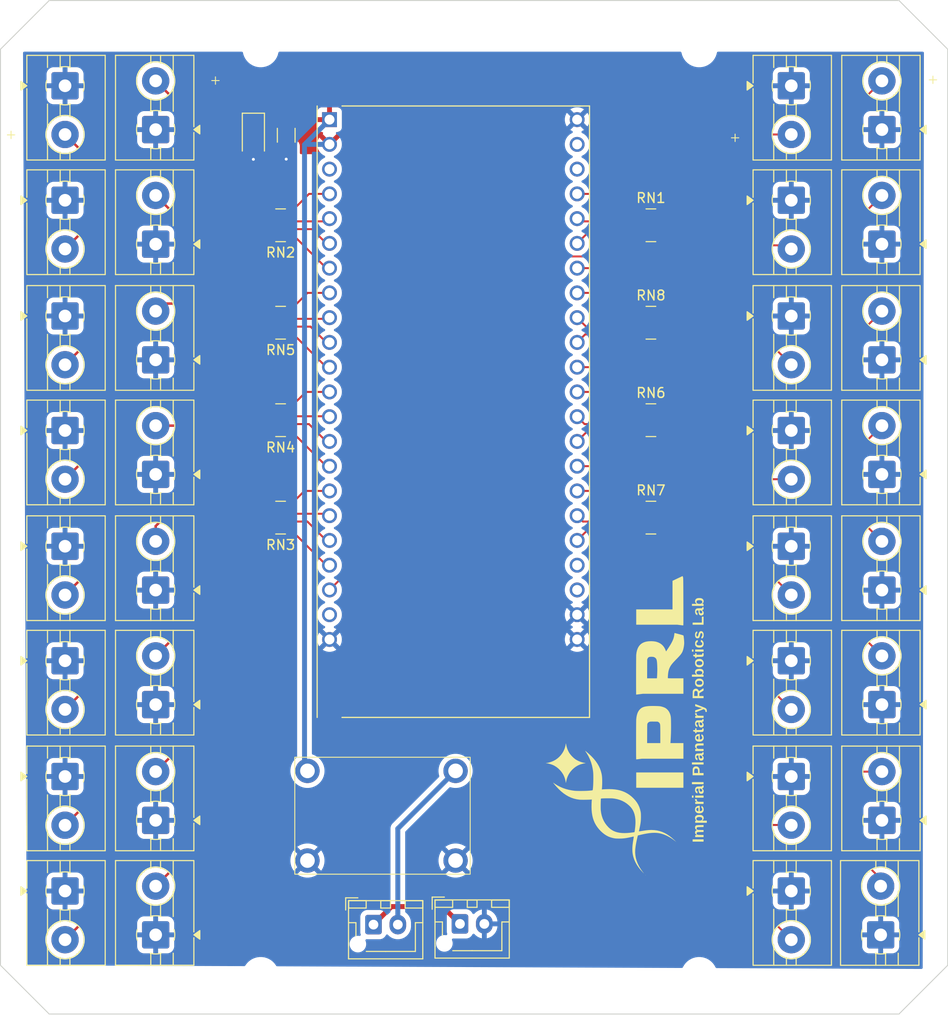
<source format=kicad_pcb>
(kicad_pcb (version 20241229) (generator "pcbnew") (generator_version "9.0")
  (layers (0 "F.Cu" signal) (2 "B.Cu" signal) (13 "F.Paste" user) (15 "B.Paste" user) (5 "F.SilkS" user "F.Silkscreen") (7 "B.SilkS" user "B.Silkscreen") (1 "F.Mask" user) (3 "B.Mask" user) (25 "Edge.Cuts" user))
  (net 0 "")
  (net 1 "GND")
  (net 2 "+9V")
  (net 3 "/LED0")
  (net 4 "/LED1")
  (net 5 "/LED2")
  (net 6 "/LED3")
  (net 7 "/LED4")
  (net 8 "/LED5")
  (net 9 "/LED6")
  (net 10 "/LED7")
  (net 11 "/LED8")
  (net 12 "/LED9")
  (net 13 "/LED10")
  (net 14 "/LED11")
  (net 15 "/LED12")
  (net 16 "/LED13")
  (net 17 "/LED14")
  (net 18 "/LED15")
  (net 19 "/LED16")
  (net 20 "/LED17")
  (net 21 "/LED18")
  (net 22 "/LED19")
  (net 23 "Net-(RN2-R3.1)")
  (net 24 "Net-(RN2-R2.1)")
  (net 25 "Net-(RN2-R4.1)")
  (net 26 "Net-(RN2-R1.1)")
  (net 27 "Net-(RN3-R1.1)")
  (net 28 "Net-(RN3-R2.1)")
  (net 29 "Net-(RN3-R3.1)")
  (net 30 "Net-(RN5-R3.1)")
  (net 31 "Net-(RN5-R4.1)")
  (net 32 "Net-(RN5-R2.1)")
  (net 33 "/BIn")
  (net 34 "/LED20")
  (net 35 "/LED21")
  (net 36 "/LED22")
  (net 38 "/LED23")
  (net 40 "/LED24")
  (net 41 "/LED25")
  (net 42 "/LED26")
  (net 43 "+3.3V")
  (net 45 "/LED27")
  (net 46 "/LED28")
  (net 49 "/LED29")
  (net 51 "/LED30")
  (net 52 "/LED31")
  (net 53 "/IO2")
  (net 54 "/IO38")
  (net 55 "/IO36")
  (net 56 "/IO35")
  (net 57 "/IO37")
  (net 58 "/IO8")
  (net 59 "/IO1")
  (net 60 "Net-(RN5-R1.1)")
  (net 61 "/IO14")
  (net 62 "/IO42")
  (net 63 "Net-(RN3-R4.1)")
  (net 64 "/IO46")
  (net 65 "/IO13")
  (net 66 "/IO9")
  (net 67 "/IO21")
  (net 68 "/IO41")
  (net 69 "/IO39")
  (net 70 "/IO45")
  (net 71 "/IO48")
  (net 72 "/IO47")
  (net 73 "/IO0")
  (net 74 "/IO40")
  (footprint "MountingHole:MountingHole_3.2mm_M3" (layer "F.Cu") (at 137.5 140)
    (property "Reference" "REF**" (hide yes))
    (property "Value" "MountingHole_3.2mm_M3")
  )
  (footprint "Resistor_SMD:R_Array_Convex_4x0603" (layer "F.Cu") (at 139.545 63.065 180)
    (property "Reference" "RN2")
    (property "Value" "R_Pack04")
  )
  (footprint "TerminalBlock:TerminalBlock_MaiXu_MX126-5.0-02P_1x02_P5.00mm" (layer "F.Cu") (at 117.425 60.5 -90)
    (property "Reference" "J9" (hide yes))
    (property "Value" "Conn_01x02")
  )
  (footprint "TerminalBlock:TerminalBlock_MaiXu_MX126-5.0-02P_1x02_P5.00mm" (layer "F.Cu") (at 191.95 96 -90)
    (property "Reference" "J26" (hide yes))
    (property "Value" "Conn_01x02")
  )
  (footprint "Connector_JST:JST_XH_B2B-XH-AM_1x02_P2.50mm_Vertical" (layer "F.Cu") (at 157.95 134.75)
    (property "Reference" "J1" (hide yes))
    (property "Value" "Conn_01x02")
  )
  (footprint "TerminalBlock:TerminalBlock_MaiXu_MX126-5.0-02P_1x02_P5.00mm" (layer "F.Cu") (at 117.425 48.75 -90)
    (property "Reference" "J6" (hide yes))
    (property "Value" "Conn_01x02")
  )
  (footprint "Diode_SMD:D_1206_3216Metric" (layer "F.Cu") (at 136.75 53.85 -90)
    (property "Reference" "C1" (hide yes))
    (property "Value" "22u")
  )
  (footprint "CapyController-Footprints:XCVR_ESP32-S3-DEVKITC-1-N8R2" (layer "F.Cu") (at 158.545 82.195)
    (property "Reference" "U1" (hide yes))
    (property "Value" "ESP32-S3-DEVKITC-1-N8R2")
  )
  (footprint "TerminalBlock:TerminalBlock_MaiXu_MX126-5.0-02P_1x02_P5.00mm" (layer "F.Cu") (at 191.95 84.125 -90)
    (property "Reference" "J33" (hide yes))
    (property "Value" "Conn_01x02")
  )
  (footprint "TerminalBlock:TerminalBlock_MaiXu_MX126-5.0-02P_1x02_P5.00mm" (layer "F.Cu") (at 126.725 65 90)
    (property "Reference" "J8" (hide yes))
    (property "Value" "Conn_01x02")
  )
  (footprint "TerminalBlock:TerminalBlock_MaiXu_MX126-5.0-02P_1x02_P5.00mm" (layer "F.Cu") (at 201.25 124.125 90)
    (property "Reference" "J27" (hide yes))
    (property "Value" "Conn_01x02")
  )
  (footprint "Resistor_SMD:R_Array_Convex_4x0603" (layer "F.Cu") (at 177.545 73.065)
    (property "Reference" "RN8")
    (property "Value" "R_Pack04")
  )
  (footprint "TerminalBlock:TerminalBlock_MaiXu_MX126-5.0-02P_1x02_P5.00mm" (layer "F.Cu") (at 201.25 112.25 90)
    (property "Reference" "J24" (hide yes))
    (property "Value" "Conn_01x02")
  )
  (footprint "TerminalBlock:TerminalBlock_MaiXu_MX126-5.0-02P_1x02_P5.00mm" (layer "F.Cu") (at 201.25 65 90)
    (property "Reference" "J2" (hide yes))
    (property "Value" "Conn_01x02")
  )
  (footprint "TerminalBlock:TerminalBlock_MaiXu_MX126-5.0-02P_1x02_P5.00mm" (layer "F.Cu") (at 201.125 135.875 90)
    (property "Reference" "J30" (hide yes))
    (property "Value" "Conn_01x02")
  )
  (footprint "TerminalBlock:TerminalBlock_MaiXu_MX126-5.0-02P_1x02_P5.00mm" (layer "F.Cu") (at 126.725 88.625 90)
    (property "Reference" "J20" (hide yes))
    (property "Value" "Conn_01x02")
  )
  (footprint "TerminalBlock:TerminalBlock_MaiXu_MX126-5.0-02P_1x02_P5.00mm" (layer "F.Cu") (at 117.425 131.375 -90)
    (property "Reference" "J13" (hide yes))
    (property "Value" "Conn_01x02")
  )
  (footprint "TerminalBlock:TerminalBlock_MaiXu_MX126-5.0-02P_1x02_P5.00mm" (layer "F.Cu") (at 201.25 76.875 90)
    (property "Reference" "J31" (hide yes))
    (property "Value" "Conn_01x02")
  )
  (footprint "Resistor_SMD:R_Array_Convex_4x0603" (layer "F.Cu") (at 177.545 63.065)
    (property "Reference" "RN1")
    (property "Value" "R_Pack04")
  )
  (footprint "TerminalBlock:TerminalBlock_MaiXu_MX126-5.0-02P_1x02_P5.00mm" (layer "F.Cu") (at 126.725 53.25 90)
    (property "Reference" "J7" (hide yes))
    (property "Value" "Conn_01x02")
  )
  (footprint "Resistor_SMD:R_Array_Convex_4x0603" (layer "F.Cu") (at 139.545 93.065 180)
    (property "Reference" "RN3")
    (property "Value" "R_Pack04")
  )
  (footprint "CapyPower_Footprints:IPRL_31mm" (layer "F.Cu") (at 175.15 114.25 90)
    (property "Reference" "G***" (hide yes))
    (property "Value" "LOGO" (hide yes))
  )
  (footprint "Resistor_SMD:R_Array_Convex_4x0603" (layer "F.Cu") (at 139.545 83.065 180)
    (property "Reference" "RN4")
    (property "Value" "R_Pack04")
  )
  (footprint "TerminalBlock:TerminalBlock_MaiXu_MX126-5.0-02P_1x02_P5.00mm" (layer "F.Cu") (at 126.725 76.875 90)
    (property "Reference" "J19" (hide yes))
    (property "Value" "Conn_01x02")
  )
  (footprint "TerminalBlock:TerminalBlock_MaiXu_MX126-5.0-02P_1x02_P5.00mm" (layer "F.Cu") (at 191.95 131.375 -90)
    (property "Reference" "J29" (hide yes))
    (property "Value" "Conn_01x02")
  )
  (footprint "TerminalBlock:TerminalBlock_MaiXu_MX126-5.0-02P_1x02_P5.00mm" (layer "F.Cu") (at 117.425 107.75 -90)
    (property "Reference" "J17" (hide yes))
    (property "Value" "Conn_01x02")
  )
  (footprint "TerminalBlock:TerminalBlock_MaiXu_MX126-5.0-02P_1x02_P5.00mm" (layer "F.Cu") (at 191.95 107.75 -90)
    (property "Reference" "J25" (hide yes))
    (property "Value" "Conn_01x02")
  )
  (footprint "MountingHole:MountingHole_3.2mm_M3" (layer "F.Cu") (at 137.5 45)
    (property "Reference" "REF**" (hide yes))
    (property "Value" "MountingHole_3.2mm_M3")
  )
  (footprint "TerminalBlock:TerminalBlock_MaiXu_MX126-5.0-02P_1x02_P5.00mm" (layer "F.Cu") (at 126.725 100.5 90)
    (property "Reference" "J15" (hide yes))
    (property "Value" "Conn_01x02")
  )
  (footprint "MountingHole:MountingHole_3.2mm_M3" (layer "F.Cu") (at 182.5 45)
    (property "Reference" "REF**" (hide yes))
    (property "Value" "MountingHole_3.2mm_M3")
  )
  (footprint "Resistor_SMD:R_Array_Convex_4x0603" (layer "F.Cu") (at 139.545 73.065 180)
    (property "Reference" "RN5")
    (property "Value" "R_Pack04")
  )
  (footprint "MountingHole:MountingHole_3.2mm_M3" (layer "F.Cu") (at 182.5 140)
    (property "Reference" "REF**" (hide yes))
    (property "Value" "MountingHole_3.2mm_M3")
  )
  (footprint "TerminalBlock:TerminalBlock_MaiXu_MX126-5.0-02P_1x02_P5.00mm" (layer "F.Cu") (at 126.725 112.25 90)
    (property "Reference" "J16" (hide yes))
    (property "Value" "Conn_01x02")
  )
  (footprint "TerminalBlock:TerminalBlock_MaiXu_MX126-5.0-02P_1x02_P5.00mm" (layer "F.Cu") (at 201.25 53.25 90)
    (property "Reference" "J5" (hide yes))
    (property "Value" "Conn_01x02")
  )
  (footprint "TerminalBlock:TerminalBlock_MaiXu_MX126-5.0-02P_1x02_P5.00mm" (layer "F.Cu") (at 191.95 48.75 -90)
    (property "Reference" "J4" (hide yes))
    (property "Value" "Conn_01x02")
  )
  (footprint "Resistor_SMD:R_Array_Convex_4x0603" (layer "F.Cu") (at 177.545 83.065)
    (property "Reference" "RN6")
    (property "Value" "R_Pack04")
  )
  (footprint "TerminalBlock:TerminalBlock_MaiXu_MX126-5.0-02P_1x02_P5.00mm" (layer "F.Cu") (at 191.95 60.5 -90)
    (property "Reference" "J3" (hide yes))
    (property "Value" "Conn_01x02")
  )
  (footprint "Cacophony:MiniBuck" (layer "F.Cu") (at 158.5 123.65 90)
    (property "Reference" "B1" (hide yes))
    (property "Value" "~")
  )
  (footprint "TerminalBlock:TerminalBlock_MaiXu_MX126-5.0-02P_1x02_P5.00mm" (layer "F.Cu") (at 126.725 124.125 90)
    (property "Reference" "J11" (hide yes))
    (property "Value" "Conn_01x02")
  )
  (footprint "TerminalBlock:TerminalBlock_MaiXu_MX126-5.0-02P_1x02_P5.00mm" (layer "F.Cu") (at 201.25 100.5 90)
    (property "Reference" "J23" (hide yes))
    (property "Value" "Conn_01x02")
  )
  (footprint "TerminalBlock:TerminalBlock_MaiXu_MX126-5.0-02P_1x02_P5.00mm" (layer "F.Cu") (at 117.425 119.625 -90)
    (property "Reference" "J10" (hide yes))
    (property "Value" "Conn_01x02")
  )
  (footprint "Connector_JST:JST_XH_B2B-XH-AM_1x02_P2.50mm_Vertical" (layer "F.Cu") (at 149.075 134.825)
    (property "Reference" "J22" (hide yes))
    (property "Value" "Conn_01x02")
  )
  (footprint "TerminalBlock:TerminalBlock_MaiXu_MX126-5.0-02P_1x02_P5.00mm" (layer "F.Cu") (at 201.25 88.625 90)
    (property "Reference" "J34" (hide yes))
    (property "Value" "Conn_01x02")
  )
  (footprint "Resistor_SMD:R_Array_Convex_4x0603" (layer "F.Cu") (at 177.545 93.065)
    (property "Reference" "RN7")
    (property "Value" "R_Pack04")
  )
  (footprint "TerminalBlock:TerminalBlock_MaiXu_MX126-5.0-02P_1x02_P5.00mm" (layer "F.Cu") (at 117.425 84.125 -90)
    (property "Reference" "J21" (hide yes))
    (property "Value" "Conn_01x02")
  )
  (footprint "Capacitor_SMD:C_1206_3216Metric" (layer "F.Cu") (at 140.12 53.83 -90)
    (property "Reference" "C2" (hide yes))
    (property "Value" "22u")
  )
  (footprint "TerminalBlock:TerminalBlock_MaiXu_MX126-5.0-02P_1x02_P5.00mm" (layer "F.Cu") (at 191.95 119.625 -90)
    (property "Reference" "J28" (hide yes))
    (property "Value" "Conn_01x02")
  )
  (footprint "TerminalBlock:TerminalBlock_MaiXu_MX126-5.0-02P_1x02_P5.00mm" (layer "F.Cu") (at 126.725 135.875 90)
    (property "Reference" "J12" (hide yes))
    (property "Value" "Conn_01x02")
  )
  (footprint "TerminalBlock:TerminalBlock_MaiXu_MX126-5.0-02P_1x02_P5.00mm" (layer "F.Cu") (at 117.425 96 -90)
    (property "Reference" "J14" (hide yes))
    (property "Value" "Conn_01x02")
  )
  (footprint "TerminalBlock:TerminalBlock_MaiXu_MX126-5.0-02P_1x02_P5.00mm" (layer "F.Cu") (at 191.95 72.375 -90)
    (property "Reference" "J32" (hide yes))
    (property "Value" "Conn_01x02")
  )
  (footprint "TerminalBlock:TerminalBlock_MaiXu_MX126-5.0-02P_1x02_P5.00mm" (layer "F.Cu") (at 117.425 72.375 -90)
    (property "Reference" "J18" (hide yes))
    (property "Value" "Conn_01x02")
  )
  (gr_line (start 203 40) (end 115.8 40) (stroke (width 0.1)) (layer "Edge.Cuts"))
  (gr_line (start 115.8 144) (end 110.8 139) (stroke (width 0.1)) (layer "Edge.Cuts"))
  (gr_line (start 203 144) (end 115.8 144) (stroke (width 0.1)) (layer "Edge.Cuts"))
  (gr_line (start 203 40) (end 208 45) (stroke (width 0.1)) (layer "Edge.Cuts"))
  (gr_line (start 208 139) (end 208 45) (stroke (width 0.1)) (layer "Edge.Cuts"))
  (gr_line (start 110.8 139) (end 110.8 45) (stroke (width 0.1)) (layer "Edge.Cuts"))
  (gr_line (start 115.8 40) (end 110.8 45) (stroke (width 0.1)) (layer "Edge.Cuts"))
  (gr_line (start 203 144) (end 208 139) (stroke (width 0.1)) (layer "Edge.Cuts"))
  (gr_text "+" (at 185.5 54.6 0) (layer "F.SilkS") (effects (font (size 1 1) (thickness 0.1)) (justify left bottom)))
  (gr_text "+" (at 132.175 48.725 0) (layer "F.SilkS") (effects (font (size 1 1) (thickness 0.1)) (justify left bottom)))
  (gr_text "+" (at 205.8 48.65 0) (layer "F.SilkS") (effects (font (size 1 1) (thickness 0.1)) (justify left bottom)))
  (gr_text "+" (at 111.2 54.3 0) (layer "F.SilkS") (effects (font (size 1 1) (thickness 0.1)) (justify left bottom)))
  (segment (start 136.75 56.3) (end 136.75 55.25) (width 0.254) (layer "F.Cu") (net 1))
  (segment (start 140.12 56.28) (end 140.12 55.305) (width 0.254) (layer "F.Cu") (net 1))
  (via (at 140.12 56.28) (size 0.6) (drill 0.3) (layers "F.Cu" "B.Cu") (net 1))
  (via (at 136.75 56.3) (size 0.6) (drill 0.3) (layers "F.Cu" "B.Cu") (net 1))
  (segment (start 150.925 132.975) (end 156.175 132.975) (width 0.508) (layer "F.Cu") (net 2))
  (segment (start 156.175 132.975) (end 157.95 134.75) (width 0.508) (layer "F.Cu") (net 2))
  (segment (start 149.075 134.825) (end 150.925 132.975) (width 0.508) (layer "F.Cu") (net 2))
  (segment (start 198.1 63.15) (end 201.25 60) (width 0.2) (layer "F.Cu") (net 3))
  (segment (start 178.445 64.265) (end 178.904 64.724) (width 0.2) (layer "F.Cu") (net 3))
  (segment (start 186.951 64.724) (end 188.525 63.15) (width 0.2) (layer "F.Cu") (net 3))
  (segment (start 178.904 64.724) (end 186.951 64.724) (width 0.2) (layer "F.Cu") (net 3))
  (segment (start 188.525 63.15) (end 198.1 63.15) (width 0.2) (layer "F.Cu") (net 3))
  (segment (start 177.744 63.714) (end 177.993 63.465) (width 0.2) (layer "F.Cu") (net 4))
  (segment (start 177.993 63.465) (end 178.445 63.465) (width 0.2) (layer "F.Cu") (net 4))
  (segment (start 191.575 65.125) (end 178.019 65.125) (width 0.2) (layer "F.Cu") (net 4))
  (segment (start 191.95 65.5) (end 191.575 65.125) (width 0.2) (layer "F.Cu") (net 4))
  (segment (start 178.019 65.125) (end 177.744 64.85) (width 0.2) (layer "F.Cu") (net 4))
  (segment (start 177.744 64.85) (end 177.744 63.714) (width 0.2) (layer "F.Cu") (net 4))
  (segment (start 178.445 62.665) (end 178.694 62.416) (width 0.2) (layer "F.Cu") (net 5))
  (segment (start 187.36 53.75) (end 191.95 53.75) (width 0.2) (layer "F.Cu") (net 5))
  (segment (start 178.694 62.416) (end 179.146 62.416) (width 0.2) (layer "F.Cu") (net 5))
  (segment (start 179.146 62.416) (end 179.146 61.964) (width 0.2) (layer "F.Cu") (net 5))
  (segment (start 179.146 61.964) (end 187.36 53.75) (width 0.2) (layer "F.Cu") (net 5))
  (segment (start 178.445 61.865) (end 189.035 51.275) (width 0.2) (layer "F.Cu") (net 6))
  (segment (start 189.035 51.275) (end 198.225 51.275) (width 0.2) (layer "F.Cu") (net 6))
  (segment (start 198.225 51.275) (end 201.25 48.25) (width 0.2) (layer "F.Cu") (net 6))
  (segment (start 134.181532 56.35) (end 138.645 60.813468) (width 0.254) (layer "F.Cu") (net 7))
  (segment (start 120.025 56.35) (end 134.181532 56.35) (width 0.254) (layer "F.Cu") (net 7))
  (segment (start 138.645 60.813468) (end 138.645 61.865) (width 0.254) (layer "F.Cu") (net 7))
  (segment (start 117.425 53.75) (end 120.025 56.35) (width 0.254) (layer "F.Cu") (net 7))
  (segment (start 139.373 60.898) (end 126.725 48.25) (width 0.254) (layer "F.Cu") (net 8))
  (segment (start 139.151 62.665) (end 139.373 62.443) (width 0.254) (layer "F.Cu") (net 8))
  (segment (start 139.373 62.443) (end 139.373 60.898) (width 0.254) (layer "F.Cu") (net 8))
  (segment (start 138.645 62.665) (end 139.151 62.665) (width 0.254) (layer "F.Cu") (net 8))
  (segment (start 138.645 63.465) (end 137.625 63.465) (width 0.254) (layer "F.Cu") (net 9))
  (segment (start 136.4725 62.3125) (end 137.625 63.465) (width 0.254) (layer "F.Cu") (net 9))
  (segment (start 129.0375 62.3125) (end 126.725 60) (width 0.254) (layer "F.Cu") (net 9))
  (segment (start 129.0375 62.3125) (end 136.4725 62.3125) (width 0.254) (layer "F.Cu") (net 9))
  (segment (start 136.075 62.8) (end 120.125 62.8) (width 0.254) (layer "F.Cu") (net 10))
  (segment (start 137.54 64.265) (end 136.075 62.8) (width 0.254) (layer "F.Cu") (net 10))
  (segment (start 138.645 64.265) (end 137.54 64.265) (width 0.254) (layer "F.Cu") (net 10))
  (segment (start 120.125 62.8) (end 117.425 65.5) (width 0.254) (layer "F.Cu") (net 10))
  (segment (start 133.46 111.746532) (end 128.831532 116.375) (width 0.254) (layer "F.Cu") (net 11))
  (segment (start 128.831532 116.375) (end 123.325 116.375) (width 0.254) (layer "F.Cu") (net 11))
  (segment (start 138.189 91.865) (end 133.46 96.594) (width 0.254) (layer "F.Cu") (net 11))
  (segment (start 122.55 117.15) (end 123.325 116.375) (width 0.254) (layer "F.Cu") (net 11))
  (segment (start 138.645 91.865) (end 138.189 91.865) (width 0.254) (layer "F.Cu") (net 11))
  (segment (start 133.46 96.594) (end 133.46 111.746532) (width 0.254) (layer "F.Cu") (net 11))
  (segment (start 122.55 119.5) (end 117.425 124.625) (width 0.254) (layer "F.Cu") (net 11))
  (segment (start 122.55 117.15) (end 122.55 119.5) (width 0.254) (layer "F.Cu") (net 11))
  (segment (start 133.915 111.558064) (end 133.915 96.939) (width 0.254) (layer "F.Cu") (net 12))
  (segment (start 129.02 116.83) (end 133.725 112.125) (width 0.254) (layer "F.Cu") (net 12))
  (segment (start 133.725 112.125) (end 133.915 111.934999) (width 0.254) (layer "F.Cu") (net 12))
  (segment (start 138.189 92.665) (end 138.645 92.665) (width 0.254) (layer "F.Cu") (net 12))
  (segment (start 126.725 119.125) (end 129.02 116.83) (width 0.254) (layer "F.Cu") (net 12))
  (segment (start 133.915 111.934999) (end 133.915 111.558064) (width 0.254) (layer "F.Cu") (net 12))
  (segment (start 133.915 96.939) (end 138.189 92.665) (width 0.254) (layer "F.Cu") (net 12))
  (segment (start 133.915 111.934999) (end 133.915 111.935) (width 0.254) (layer "F.Cu") (net 12))
  (segment (start 134.18 112.313467) (end 134.141733 112.351734) (width 0.254) (layer "F.Cu") (net 13))
  (segment (start 138.139 93.465) (end 134.37 97.234) (width 0.254) (layer "F.Cu") (net 13))
  (segment (start 134.18 112.313466) (end 134.18 112.313468) (width 0.254) (layer "F.Cu") (net 13))
  (segment (start 134.37 111.746532) (end 134.37 112.123465) (width 0.254) (layer "F.Cu") (net 13))
  (segment (start 134.37 97.234) (end 134.37 111.369597) (width 0.254) (layer "F.Cu") (net 13))
  (segment (start 134.103467 112.389999) (end 134.075 112.418467) (width 0.254) (layer "F.Cu") (net 13))
  (segment (start 134.37 112.123466) (end 134.37 112.123467) (width 0.254) (layer "F.Cu") (net 13))
  (segment (start 138.645 93.465) (end 138.139 93.465) (width 0.254) (layer "F.Cu") (net 13))
  (segment (start 134.075 123.525) (end 126.725 130.875) (width 0.254) (layer "F.Cu") (net 13))
  (segment (start 134.37 111.369597) (end 134.37 111.746532) (width 0.254) (layer "F.Cu") (net 13))
  (segment (start 134.37 111.746532) (end 134.37 111.746531) (width 0.254) (layer "F.Cu") (net 13))
  (segment (start 134.18 112.313468) (end 134.18 112.313467) (width 0.254) (layer "F.Cu") (net 13))
  (segment (start 134.37 112.123465) (end 134.37 112.123466) (width 0.254) (layer "F.Cu") (net 13))
  (segment (start 134.217823 112.275643) (end 134.18 112.313466) (width 0.254) (layer "F.Cu") (net 13))
  (segment (start 134.141733 112.351734) (end 134.103467 112.389999) (width 0.254) (layer "F.Cu") (net 13))
  (segment (start 134.075 112.418467) (end 134.075 123.525) (width 0.254) (layer "F.Cu") (net 13))
  (segment (start 134.37 112.123467) (end 134.217823 112.275643) (width 0.254) (layer "F.Cu") (net 13))
  (segment (start 134.825 111.934999) (end 134.825 111.558065) (width 0.254) (layer "F.Cu") (net 14))
  (segment (start 134.825 112.311933) (end 134.825 112.311934) (width 0.254) (layer "F.Cu") (net 14))
  (segment (start 134.825 111.558064) (end 134.825 111.18113) (width 0.254) (layer "F.Cu") (net 14))
  (segment (start 134.825 112.311936) (end 134.825 112.311933) (width 0.254) (layer "F.Cu") (net 14))
  (segment (start 120.325 133.475) (end 128 133.475) (width 0.254) (layer "F.Cu") (net 14))
  (segment (start 134.825001 111.935001) (end 134.825 111.934999) (width 0.254) (layer "F.Cu") (net 14))
  (segment (start 117.425 136.375) (end 120.325 133.475) (width 0.254) (layer "F.Cu") (net 14))
  (segment (start 134.825 112.311933) (end 134.825 112.311932) (width 0.254) (layer "F.Cu") (net 14))
  (segment (start 134.825 98.085) (end 138.645 94.265) (width 0.254) (layer "F.Cu") (net 14))
  (segment (start 134.825 111.18113) (end 134.825 98.085) (width 0.254) (layer "F.Cu") (net 14))
  (segment (start 128 133.475) (end 134.725 126.75) (width 0.254) (layer "F.Cu") (net 14))
  (segment (start 134.725 112.411934) (end 134.825 112.311936) (width 0.254) (layer "F.Cu") (net 14))
  (segment (start 134.725 126.75) (end 134.725 112.411934) (width 0.254) (layer "F.Cu") (net 14))
  (segment (start 134.825 111.558065) (end 134.825 111.558064) (width 0.254) (layer "F.Cu") (net 14))
  (segment (start 134.825 112.311932) (end 134.825001 111.935001) (width 0.254) (layer "F.Cu") (net 14))
  (segment (start 127.781 92.075) (end 121.875 92.075) (width 0.254) (layer "F.Cu") (net 15))
  (segment (start 138.645 81.865) (end 137.991 81.865) (width 0.254) (layer "F.Cu") (net 15))
  (segment (start 137.991 81.865) (end 127.781 92.075) (width 0.254) (layer "F.Cu") (net 15))
  (segment (start 120.925 93.025) (end 120.925 97.5) (width 0.254) (layer "F.Cu") (net 15))
  (segment (start 121.875 92.075) (end 120.925 93.025) (width 0.254) (layer "F.Cu") (net 15))
  (segment (start 120.925 97.5) (end 117.425 101) (width 0.254) (layer "F.Cu") (net 15))
  (segment (start 126.725 93.931) (end 137.991 82.665) (width 0.254) (layer "F.Cu") (net 16))
  (segment (start 137.991 82.665) (end 138.645 82.665) (width 0.254) (layer "F.Cu") (net 16))
  (segment (start 126.725 95.5) (end 126.725 93.931) (width 0.254) (layer "F.Cu") (net 16))
  (segment (start 137.991 83.465) (end 132.55 88.906) (width 0.254) (layer "F.Cu") (net 17))
  (segment (start 132.55 101.425) (end 126.725 107.25) (width 0.254) (layer "F.Cu") (net 17))
  (segment (start 138.645 83.465) (end 137.991 83.465) (width 0.254) (layer "F.Cu") (net 17))
  (segment (start 132.55 88.906) (end 132.55 101.425) (width 0.254) (layer "F.Cu") (net 17))
  (segment (start 137.9525 84.265) (end 133.005 89.2125) (width 0.254) (layer "F.Cu") (net 18))
  (segment (start 120.275 109.9) (end 117.425 112.75) (width 0.254) (layer "F.Cu") (net 18))
  (segment (start 133 101.618467) (end 133 106.75) (width 0.254) (layer "F.Cu") (net 18))
  (segment (start 133.005 89.2125) (end 133.005 101.613468) (width 0.254) (layer "F.Cu") (net 18))
  (segment (start 133.005 101.613468) (end 133 101.618467) (width 0.254) (layer "F.Cu") (net 18))
  (segment (start 138.645 84.265) (end 137.9525 84.265) (width 0.254) (layer "F.Cu") (net 18))
  (segment (start 129.85 109.9) (end 120.275 109.9) (width 0.254) (layer "F.Cu") (net 18))
  (segment (start 133 106.75) (end 129.85 109.9) (width 0.254) (layer "F.Cu") (net 18))
  (segment (start 120.275 74.525) (end 117.425 77.375) (width 0.254) (layer "F.Cu") (net 19))
  (segment (start 138.645 71.865) (end 138.33 71.55) (width 0.254) (layer "F.Cu") (net 19))
  (segment (start 132.55 71.55) (end 129.575 74.525) (width 0.254) (layer "F.Cu") (net 19))
  (segment (start 138.33 71.55) (end 132.55 71.55) (width 0.254) (layer "F.Cu") (net 19))
  (segment (start 129.575 74.525) (end 120.275 74.525) (width 0.254) (layer "F.Cu") (net 19))
  (segment (start 138.141532 71.095) (end 129.68223 71.095) (width 0.254) (layer "F.Cu") (net 20))
  (segment (start 138.518467 71.095) (end 138.141532 71.095) (width 0.254) (layer "F.Cu") (net 20))
  (segment (start 139.373 71.287) (end 139.186 71.1) (width 0.254) (layer "F.Cu") (net 20))
  (segment (start 138.518467 71.095) (end 138.518468 71.095) (width 0.254) (layer "F.Cu") (net 20))
  (segment (start 139.151 72.665) (end 139.373 72.443) (width 0.254) (layer "F.Cu") (net 20))
  (segment (start 129.305295 71.095) (end 129.305294 71.095) (width 0.254) (layer "F.Cu") (net 20))
  (segment (start 129.68223 71.095) (end 129.305295 71.095) (width 0.254) (layer "F.Cu") (net 20))
  (segment (start 129.300294 71.1) (end 127.5 71.1) (width 0.254) (layer "F.Cu") (net 20))
  (segment (start 139.186 71.1) (end 138.523468 71.1) (width 0.254) (layer "F.Cu") (net 20))
  (segment (start 139.373 72.443) (end 139.373 71.287) (width 0.254) (layer "F.Cu") (net 20))
  (segment (start 129.305294 71.095) (end 129.300294 71.1) (width 0.254) (layer "F.Cu") (net 20))
  (segment (start 138.523468 71.1) (end 138.518467 71.095) (width 0.254) (layer "F.Cu") (net 20))
  (segment (start 138.645 72.665) (end 139.151 72.665) (width 0.254) (layer "F.Cu") (net 20))
  (segment (start 127.5 71.1) (end 126.725 71.875) (width 0.254) (layer "F.Cu") (net 20))
  (segment (start 126.725 83.625) (end 129.95 83.625) (width 0.254) (layer "F.Cu") (net 21))
  (segment (start 137.425 74.275) (end 138.235 73.465) (width 0.254) (layer "F.Cu") (net 21))
  (segment (start 138.235 73.465) (end 138.645 73.465) (width 0.254) (layer "F.Cu") (net 21))
  (segment (start 137.425 76.15) (end 137.425 74.275) (width 0.254) (layer "F.Cu") (net 21))
  (segment (start 129.95 83.625) (end 137.425 76.15) (width 0.254) (layer "F.Cu") (net 21))
  (segment (start 138.645 75.73) (end 128.175 86.2) (width 0.254) (layer "F.Cu") (net 22))
  (segment (start 120.35 86.2) (end 117.425 89.125) (width 0.254) (layer "F.Cu") (net 22))
  (segment (start 138.645 74.265) (end 138.645 75.73) (width 0.254) (layer "F.Cu") (net 22))
  (segment (start 128.175 86.2) (end 120.35 86.2) (width 0.254) (layer "F.Cu") (net 22))
  (segment (start 140.445 62.665) (end 143.955 62.665) (width 0.2) (layer "F.Cu") (net 23))
  (segment (start 143.955 62.665) (end 144.235 62.385) (width 0.2) (layer "F.Cu") (net 23))
  (segment (start 142.775 63.465) (end 144.235 64.925) (width 0.2) (layer "F.Cu") (net 24))
  (segment (start 140.445 63.465) (end 142.775 63.465) (width 0.2) (layer "F.Cu") (net 24))
  (segment (start 144.235 59.845) (end 142.465 59.845) (width 0.2) (layer "F.Cu") (net 25))
  (segment (start 142.465 59.845) (end 140.445 61.865) (width 0.2) (layer "F.Cu") (net 25))
  (segment (start 141.035 64.265) (end 140.445 64.265) (width 0.2) (layer "F.Cu") (net 26))
  (segment (start 141.035 64.265) (end 144.235 67.465) (width 0.2) (layer "F.Cu") (net 26))
  (segment (start 140.555 94.265) (end 144.235 97.945) (width 0.2) (layer "F.Cu") (net 27))
  (segment (start 140.445 93.465) (end 142.295 93.465) (width 0.2) (layer "F.Cu") (net 28))
  (segment (start 142.295 93.465) (end 144.235 95.405) (width 0.2) (layer "F.Cu") (net 28))
  (segment (start 144.035 92.665) (end 144.235 92.865) (width 0.2) (layer "F.Cu") (net 29))
  (segment (start 140.445 92.665) (end 144.035 92.665) (width 0.2) (layer "F.Cu") (net 29))
  (segment (start 144.115 72.665) (end 144.235 72.545) (width 0.2) (layer "F.Cu") (net 30))
  (segment (start 140.445 72.665) (end 144.115 72.665) (width 0.2) (layer "F.Cu") (net 30))
  (segment (start 144.235 70.005) (end 142.305 70.005) (width 0.2) (layer "F.Cu") (net 31))
  (segment (start 142.305 70.005) (end 140.445 71.865) (width 0.2) (layer "F.Cu") (net 31))
  (segment (start 140.445 73.465) (end 142.615 73.465) (width 0.2) (layer "F.Cu") (net 32))
  (segment (start 142.615 73.465) (end 144.235 75.085) (width 0.2) (layer "F.Cu") (net 32))
  (segment (start 151.575 124.975) (end 157.5 119.05) (width 0.508) (layer "B.Cu") (net 33))
  (segment (start 151.575 134.825) (end 151.575 124.975) (width 0.508) (layer "B.Cu") (net 33))
  (segment (start 197.85 92.1) (end 201.25 95.5) (width 0.2) (layer "F.Cu") (net 34))
  (segment (start 178.8221 81.875) (end 189.0471 92.1) (width 0.2) (layer "F.Cu") (net 34))
  (segment (start 189.0471 92.1) (end 197.85 92.1) (width 0.2) (layer "F.Cu") (net 34))
  (segment (start 178.445 81.865) (end 178.455 81.875) (width 0.2) (layer "F.Cu") (net 34))
  (segment (start 178.455 81.875) (end 178.8221 81.875) (width 0.2) (layer "F.Cu") (net 34))
  (segment (start 179.045 82.665) (end 179.2799 82.8999) (width 0.2) (layer "F.Cu") (net 35))
  (segment (start 178.445 82.665) (end 178.9799 82.665) (width 0.2) (layer "F.Cu") (net 35))
  (segment (start 189.2132 92.501) (end 193.776 92.501) (width 0.2) (layer "F.Cu") (net 35))
  (segment (start 188.881 92.501) (end 189.2132 92.501) (width 0.2) (layer "F.Cu") (net 35))
  (segment (start 188.655 92.275) (end 188.881 92.501) (width 0.2) (layer "F.Cu") (net 35))
  (segment (start 179.2799 82.8999) (end 188.6461 92.2661) (width 0.2) (layer "F.Cu") (net 35))
  (segment (start 196.6 95.325) (end 196.6 102.6) (width 0.2) (layer "F.Cu") (net 35))
  (segment (start 193.776 92.501) (end 196.6 95.325) (width 0.2) (layer "F.Cu") (net 35))
  (segment (start 178.9799 82.665) (end 179.045 82.665) (width 0.2) (layer "F.Cu") (net 35))
  (segment (start 196.6 102.6) (end 201.25 107.25) (width 0.2) (layer "F.Cu") (net 35))
  (segment (start 188.6461 92.2661) (end 188.655 92.275) (width 0.2) (layer "F.Cu") (net 35))
  (segment (start 188.6 109.4) (end 191.95 112.75) (width 0.2) (layer "F.Cu") (net 36))
  (segment (start 178.445 83.465) (end 177.993 83.465) (width 0.2) (layer "F.Cu") (net 36))
  (segment (start 188.6 98.2171) (end 188.6 109.4) (width 0.2) (layer "F.Cu") (net 36))
  (segment (start 177.993 83.465) (end 177.744 83.714) (width 0.2) (layer "F.Cu") (net 36))
  (segment (start 177.744 83.714) (end 177.744 87.3611) (width 0.2) (layer "F.Cu") (net 36))
  (segment (start 177.744 87.3611) (end 188.6 98.2171) (width 0.2) (layer "F.Cu") (net 36))
  (segment (start 178.445 84.265) (end 178.445 87.495) (width 0.2) (layer "F.Cu") (net 38))
  (segment (start 178.445 87.495) (end 191.95 101) (width 0.2) (layer "F.Cu") (net 38))
  (segment (start 194.725 117.325) (end 188.2 117.325) (width 0.2) (layer "F.Cu") (net 40))
  (segment (start 201.25 119.125) (end 196.525 119.125) (width 0.2) (layer "F.Cu") (net 40))
  (segment (start 196.525 119.125) (end 194.725 117.325) (width 0.2) (layer "F.Cu") (net 40))
  (segment (start 181.875 94.695) (end 179.045 91.865) (width 0.2) (layer "F.Cu") (net 40))
  (segment (start 188.2 117.325) (end 181.875 111) (width 0.2) (layer "F.Cu") (net 40))
  (segment (start 179.045 91.865) (end 178.445 91.865) (width 0.2) (layer "F.Cu") (net 40))
  (segment (start 181.875 111) (end 181.875 94.695) (width 0.2) (layer "F.Cu") (net 40))
  (segment (start 191.925 124.6) (end 191.95 124.625) (width 0.2) (layer "F.Cu") (net 41))
  (segment (start 181.474 116.049) (end 190.025 124.6) (width 0.2) (layer "F.Cu") (net 41))
  (segment (start 179.2779 92.665) (end 181.474 94.8611) (width 0.2) (layer "F.Cu") (net 41))
  (segment (start 190.025 124.6) (end 191.925 124.6) (width 0.2) (layer "F.Cu") (net 41))
  (segment (start 178.445 92.665) (end 179.2779 92.665) (width 0.2) (layer "F.Cu") (net 41))
  (segment (start 181.474 94.8611) (end 181.474 116.049) (width 0.2) (layer "F.Cu") (net 41))
  (segment (start 177.993 93.465) (end 177.744 93.714) (width 0.2) (layer "F.Cu") (net 42))
  (segment (start 186.3339 130.7589) (end 191.95 136.375) (width 0.2) (layer "F.Cu") (net 42))
  (segment (start 177.744 93.714) (end 177.744 119.3611) (width 0.2) (layer "F.Cu") (net 42))
  (segment (start 186.3339 127.951) (end 186.3339 130.7589) (width 0.2) (layer "F.Cu") (net 42))
  (segment (start 178.445 93.465) (end 177.993 93.465) (width 0.2) (layer "F.Cu") (net 42))
  (segment (start 177.744 119.3611) (end 186.3339 127.951) (width 0.2) (layer "F.Cu") (net 42))
  (segment (start 142.39 54.765) (end 142.2075 54.5825) (width 0.508) (layer "B.Cu") (net 43))
  (segment (start 142.3 119.05) (end 142 118.75) (width 0.508) (layer "B.Cu") (net 43))
  (segment (start 144.565 54.765) (end 142.39 54.765) (width 0.508) (layer "B.Cu") (net 43))
  (segment (start 142 54.79) (end 142.2075 54.5825) (width 0.508) (layer "B.Cu") (net 43))
  (segment (start 142.2075 54.5825) (end 144.565 52.225) (width 0.508) (layer "B.Cu") (net 43))
  (segment (start 142 118.75) (end 142 54.79) (width 0.508) (layer "B.Cu") (net 43))
  (segment (start 201.125 130.125) (end 201.125 130.875) (width 0.2) (layer "F.Cu") (net 45))
  (segment (start 198.55 127.55) (end 201.125 130.125) (width 0.2) (layer "F.Cu") (net 45))
  (segment (start 186.5 127.55) (end 198.55 127.55) (width 0.2) (layer "F.Cu") (net 45))
  (segment (start 178.445 119.495) (end 186.5 127.55) (width 0.2) (layer "F.Cu") (net 45))
  (segment (start 178.445 94.265) (end 178.445 119.495) (width 0.2) (layer "F.Cu") (net 45))
  (segment (start 182.166 72.4989) (end 184.0671 74.4) (width 0.2) (layer "F.Cu") (net 46))
  (segment (start 179.146 72.164) (end 179.146 72.264) (width 0.2) (layer "F.Cu") (net 46))
  (segment (start 179.146 72.264) (end 181.5989 72.264) (width 0.2) (layer "F.Cu") (net 46))
  (segment (start 178.445 71.865) (end 178.744 72.164) (width 0.2) (layer "F.Cu") (net 46))
  (segment (start 181.9311 72.264) (end 182.166 72.4989) (width 0.2) (layer "F.Cu") (net 46))
  (segment (start 184.0671 74.4) (end 198.725 74.4) (width 0.2) (layer "F.Cu") (net 46))
  (segment (start 178.744 72.164) (end 179.146 72.164) (width 0.2) (layer "F.Cu") (net 46))
  (segment (start 181.5989 72.264) (end 181.9311 72.264) (width 0.2) (layer "F.Cu") (net 46))
  (segment (start 198.725 74.4) (end 201.25 71.875) (width 0.2) (layer "F.Cu") (net 46))
  (segment (start 189.376 74.801) (end 184.2332 74.801) (width 0.2) (layer "F.Cu") (net 49))
  (segment (start 181.765 72.665) (end 181.4328 72.665) (width 0.2) (layer "F.Cu") (net 49))
  (segment (start 179.3121 72.665) (end 178.9799 72.665) (width 0.2) (layer "F.Cu") (net 49))
  (segment (start 183.901 74.801) (end 183.6661 74.5661) (width 0.2) (layer "F.Cu") (net 49))
  (segment (start 191.95 77.375) (end 189.376 74.801) (width 0.2) (layer "F.Cu") (net 49))
  (segment (start 178.9799 72.665) (end 178.445 72.665) (width 0.2) (layer "F.Cu") (net 49))
  (segment (start 184.2332 74.801) (end 183.901 74.801) (width 0.2) (layer "F.Cu") (net 49))
  (segment (start 181.9999 72.8999) (end 181.765 72.665) (width 0.2) (layer "F.Cu") (net 49))
  (segment (start 183.6661 74.5661) (end 181.9999 72.8999) (width 0.2) (layer "F.Cu") (net 49))
  (segment (start 181.4328 72.665) (end 179.3121 72.665) (width 0.2) (layer "F.Cu") (net 49))
  (segment (start 177.993 73.465) (end 178.445 73.465) (width 0.2) (layer "F.Cu") (net 51))
  (segment (start 191.95 89.125) (end 189.970102 89.125) (width 0.2) (layer "F.Cu") (net 51))
  (segment (start 189.970102 89.125) (end 177.575 76.729898) (width 0.2) (layer "F.Cu") (net 51))
  (segment (start 177.575 76.729898) (end 177.575 73.883) (width 0.2) (layer "F.Cu") (net 51))
  (segment (start 177.575 73.883) (end 177.993 73.465) (width 0.2) (layer "F.Cu") (net 51))
  (segment (start 201.23884 83.625) (end 201.25 83.625) (width 0.2) (layer "F.Cu") (net 52))
  (segment (start 178.445 77.032798) (end 187.762202 86.35) (width 0.2) (layer "F.Cu") (net 52))
  (segment (start 198.525 86.35) (end 201.25 83.625) (width 0.2) (layer "F.Cu") (net 52))
  (segment (start 178.445 74.265) (end 178.445 77.032798) (width 0.2) (layer "F.Cu") (net 52))
  (segment (start 187.762202 86.35) (end 198.525 86.35) (width 0.2) (layer "F.Cu") (net 52))
  (segment (start 170.255 62.665) (end 176.645 62.665) (width 0.2) (layer "F.Cu") (net 53))
  (segment (start 169.975 62.385) (end 170.255 62.665) (width 0.2) (layer "F.Cu") (net 53))
  (segment (start 170.795 74.265) (end 176.645 74.265) (width 0.2) (layer "F.Cu") (net 54))
  (segment (start 169.975 75.085) (end 170.795 74.265) (width 0.2) (layer "F.Cu") (net 54))
  (segment (start 175.595 82.665) (end 173.095 80.165) (width 0.2) (layer "F.Cu") (net 55))
  (segment (start 176.645 82.665) (end 175.595 82.665) (width 0.2) (layer "F.Cu") (net 55))
  (segment (start 173.095 80.165) (end 169.975 80.165) (width 0.2) (layer "F.Cu") (net 55))
  (segment (start 170.735 83.465) (end 176.645 83.465) (width 0.2) (layer "F.Cu") (net 56))
  (segment (start 169.975 82.705) (end 170.735 83.465) (width 0.2) (layer "F.Cu") (net 56))
  (segment (start 169.975 77.625) (end 172.405 77.625) (width 0.2) (layer "F.Cu") (net 57))
  (segment (start 172.405 77.625) (end 176.645 81.865) (width 0.2) (layer "F.Cu") (net 57))
  (segment (start 144.235 80.165) (end 142.145 80.165) (width 0.2) (layer "F.Cu") (net 58))
  (segment (start 142.145 80.165) (end 140.445 81.865) (width 0.2) (layer "F.Cu") (net 58))
  (segment (start 174.625 59.845) (end 176.645 61.865) (width 0.2) (layer "F.Cu") (net 59))
  (segment (start 169.975 59.845) (end 174.625 59.845) (width 0.2) (layer "F.Cu") (net 59))
  (segment (start 140.875 74.265) (end 144.235 77.625) (width 0.2) (layer "F.Cu") (net 60))
  (segment (start 157.57 76.74) (end 168.045 66.265) (width 0.2) (layer "F.Cu") (net 61))
  (segment (start 168.045 66.265) (end 172.245 66.265) (width 0.2) (layer "F.Cu") (net 61))
  (segment (start 174.245 64.265) (end 176.645 64.265) (width 0.2) (layer "F.Cu") (net 61))
  (segment (start 144.565 100.485) (end 157.57 87.48) (width 0.2) (layer "F.Cu") (net 61))
  (segment (start 172.245 66.265) (end 174.245 64.265) (width 0.2) (layer "F.Cu") (net 61))
  (segment (start 157.57 87.48) (end 157.57 76.74) (width 0.2) (layer "F.Cu") (net 61))
  (segment (start 171.435 63.465) (end 176.645 63.465) (width 0.2) (layer "F.Cu") (net 62))
  (segment (start 169.975 64.925) (end 171.435 63.465) (width 0.2) (layer "F.Cu") (net 62))
  (segment (start 144.235 90.325) (end 141.985 90.325) (width 0.2) (layer "F.Cu") (net 63))
  (segment (start 141.985 90.325) (end 140.445 91.865) (width 0.2) (layer "F.Cu") (net 63))
  (segment (start 142.455 83.465) (end 144.235 85.245) (width 0.2) (layer "F.Cu") (net 64))
  (segment (start 140.445 83.465) (end 142.455 83.465) (width 0.2) (layer "F.Cu") (net 64))
  (segment (start 144.195 82.665) (end 144.235 82.705) (width 0.2) (layer "F.Cu") (net 65))
  (segment (start 140.445 82.665) (end 144.195 82.665) (width 0.2) (layer "F.Cu") (net 65))
  (segment (start 140.715 84.265) (end 144.235 87.785) (width 0.2) (layer "F.Cu") (net 66))
  (segment (start 176.645 94.265) (end 171.115 94.265) (width 0.2) (layer "F.Cu") (net 67))
  (segment (start 171.115 94.265) (end 169.975 95.405) (width 0.2) (layer "F.Cu") (net 67))
  (segment (start 169.975 67.465) (end 172.245 67.465) (width 0.2) (layer "F.Cu") (net 68))
  (segment (start 172.245 67.465) (end 176.645 71.865) (width 0.2) (layer "F.Cu") (net 68))
  (segment (start 169.975 72.545) (end 170.895 73.465) (width 0.2) (layer "F.Cu") (net 69))
  (segment (start 170.895 73.465) (end 176.645 73.465) (width 0.2) (layer "F.Cu") (net 69))
  (segment (start 169.975 87.785) (end 172.565 87.785) (width 0.2) (layer "F.Cu") (net 70))
  (segment (start 172.565 87.785) (end 176.645 91.865) (width 0.2) (layer "F.Cu") (net 70))
  (segment (start 175.595 92.665) (end 173.255 90.325) (width 0.2) (layer "F.Cu") (net 71))
  (segment (start 173.255 90.325) (end 169.975 90.325) (width 0.2) (layer "F.Cu") (net 71))
  (segment (start 176.645 92.665) (end 175.595 92.665) (width 0.2) (layer "F.Cu") (net 71))
  (segment (start 169.975 92.865) (end 170.575 93.465) (width 0.2) (layer "F.Cu") (net 72))
  (segment (start 170.575 93.465) (end 176.645 93.465) (width 0.2) (layer "F.Cu") (net 72))
  (segment (start 170.955 84.265) (end 169.975 85.245) (width 0.2) (layer "F.Cu") (net 73))
  (segment (start 176.645 84.265) (end 170.955 84.265) (width 0.2) (layer "F.Cu") (net 73))
  (segment (start 172.385 70.005) (end 169.975 70.005) (width 0.2) (layer "F.Cu") (net 74))
  (segment (start 175.045 72.665) (end 172.385 70.005) (width 0.2) (layer "F.Cu") (net 74))
  (segment (start 176.645 72.665) (end 175.045 72.665) (width 0.2) (layer "F.Cu") (net 74))
  (zone (net 43) (net_name "+3.3V") (layer "F.Cu") (priority 1) (connect_pads (clearance 0.5)) (min_thickness 0.25) (fill yes (thermal_gap 0.5) (thermal_bridge_width 0.5))
    (polygon (pts (xy 135 50.25) (xy 145.845 50.25) (xy 145.845 55.77) (xy 135 55.7775)))
  )
  (zone (net 1) (net_name "GND") (layer "B.Cu") (connect_pads (clearance 0.5)) (min_thickness 0.25) (fill yes (thermal_gap 0.5) (thermal_bridge_width 0.5))
    (polygon (pts (xy 113.115 45.25) (xy 205.56 45.25) (xy 205.435 139.375) (xy 113.505 138.995)))
  )
)
</source>
